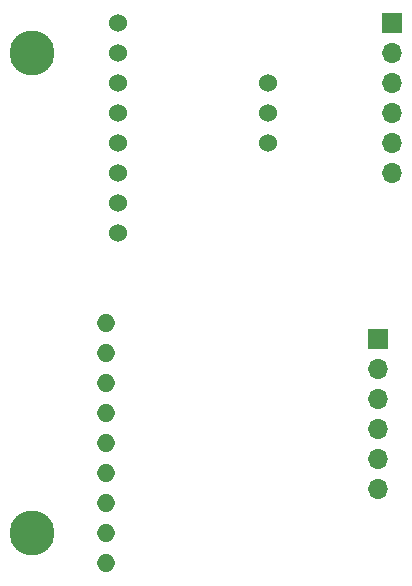
<source format=gbr>
%TF.GenerationSoftware,KiCad,Pcbnew,(6.0.6)*%
%TF.CreationDate,2022-07-21T10:55:34-07:00*%
%TF.ProjectId,SensorEgg,53656e73-6f72-4456-9767-2e6b69636164,rev?*%
%TF.SameCoordinates,Original*%
%TF.FileFunction,Soldermask,Top*%
%TF.FilePolarity,Negative*%
%FSLAX46Y46*%
G04 Gerber Fmt 4.6, Leading zero omitted, Abs format (unit mm)*
G04 Created by KiCad (PCBNEW (6.0.6)) date 2022-07-21 10:55:34*
%MOMM*%
%LPD*%
G01*
G04 APERTURE LIST*
%ADD10C,3.800000*%
%ADD11R,1.700000X1.700000*%
%ADD12O,1.700000X1.700000*%
%ADD13C,1.524000*%
%ADD14O,1.540000X1.540000*%
G04 APERTURE END LIST*
D10*
%TO.C,M2*%
X89290613Y-127036233D03*
%TD*%
D11*
%TO.C,LIS3DH Connector*%
X119767007Y-83855834D03*
D12*
X119767007Y-86395834D03*
X119767007Y-88935834D03*
X119767007Y-91475834D03*
X119767007Y-94015834D03*
X119767007Y-96555834D03*
%TD*%
D10*
%TO.C,M2*%
X89290613Y-86396233D03*
%TD*%
D11*
%TO.C,SD Card Reader Connector*%
X118525613Y-110551233D03*
D12*
X118525613Y-113091233D03*
X118525613Y-115631233D03*
X118525613Y-118171233D03*
X118525613Y-120711233D03*
X118525613Y-123251233D03*
%TD*%
D10*
%TO.C,*%
X89290613Y-127036233D03*
%TD*%
D13*
%TO.C,U1*%
X96520000Y-83820000D03*
X96520000Y-86360000D03*
X96549750Y-88880100D03*
X96549750Y-91440000D03*
X96549750Y-93980000D03*
X96549750Y-96520000D03*
X96549750Y-99060000D03*
X96549750Y-101600000D03*
X109220000Y-88900000D03*
X109220000Y-91440000D03*
X109220000Y-93980000D03*
%TD*%
D14*
%TO.C,U2*%
X95522500Y-109220000D03*
X95522500Y-111760000D03*
X95522500Y-114300000D03*
X95522500Y-116840000D03*
X95522500Y-119380000D03*
X95522500Y-121920000D03*
X95522500Y-124460000D03*
X95522500Y-127000000D03*
X95522500Y-129540000D03*
%TD*%
M02*

</source>
